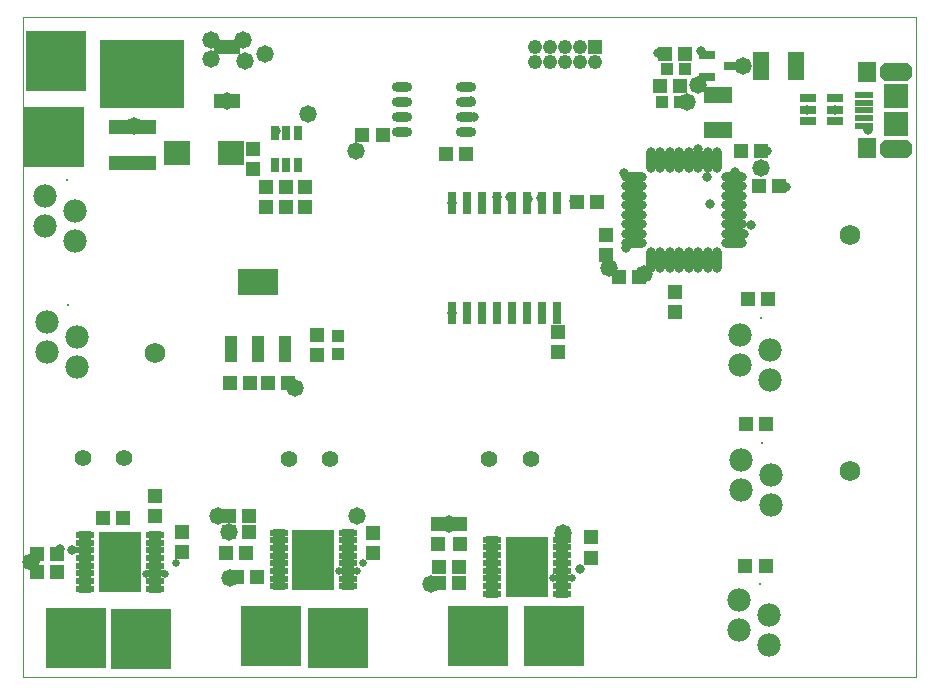
<source format=gts>
G04 Layer_Color=20142*
%FSLAX25Y25*%
%MOIN*%
G70*
G01*
G75*
%ADD42C,0.00394*%
%ADD83R,0.08674X0.07887*%
%ADD84R,0.04737X0.05131*%
%ADD85R,0.04300X0.04000*%
%ADD86R,0.07887X0.05131*%
%ADD87O,0.08477X0.03162*%
%ADD88O,0.03162X0.08477*%
%ADD89R,0.05300X0.09800*%
%ADD90R,0.05131X0.04737*%
%ADD91R,0.06115X0.02375*%
%ADD92R,0.08280X0.08280*%
%ADD93R,0.06312X0.07099*%
%ADD94R,0.05524X0.03162*%
%ADD95R,0.09800X0.05300*%
%ADD96O,0.06902X0.03162*%
%ADD97R,0.08871X0.04737*%
%ADD98R,0.27965X0.23044*%
%ADD99R,0.20485X0.20485*%
%ADD100R,0.20485X0.20485*%
%ADD101O,0.06312X0.02572*%
%ADD102R,0.14186X0.20485*%
%ADD103R,0.04000X0.04300*%
%ADD104R,0.13398X0.09068*%
%ADD105R,0.04343X0.09068*%
%ADD106R,0.03162X0.05131*%
%ADD107R,0.03162X0.07296*%
%ADD108C,0.04800*%
%ADD109R,0.04800X0.04800*%
G04:AMPARAMS|DCode=110|XSize=63.12mil|YSize=106.42mil|CornerRadius=0mil|HoleSize=0mil|Usage=FLASHONLY|Rotation=90.000|XOffset=0mil|YOffset=0mil|HoleType=Round|Shape=Octagon|*
%AMOCTAGOND110*
4,1,8,-0.05321,-0.01578,-0.05321,0.01578,-0.03743,0.03156,0.03743,0.03156,0.05321,0.01578,0.05321,-0.01578,0.03743,-0.03156,-0.03743,-0.03156,-0.05321,-0.01578,0.0*
%
%ADD110OCTAGOND110*%

%ADD111C,0.07800*%
%ADD112C,0.00800*%
%ADD113C,0.05524*%
%ADD114C,0.06800*%
%ADD115C,0.05800*%
%ADD116C,0.03162*%
%ADD117C,0.02572*%
D42*
Y234529D02*
X297521D01*
X0D02*
Y454447D01*
X297521D01*
Y234529D02*
Y454447D01*
D83*
X51476Y409154D02*
D03*
X69193D02*
D03*
D84*
X219015Y431606D02*
D03*
X212322D02*
D03*
X245374Y398031D02*
D03*
X252067D02*
D03*
X213878Y442126D02*
D03*
X220571D02*
D03*
X205216Y367717D02*
D03*
X198524D02*
D03*
X113164Y415133D02*
D03*
X119858D02*
D03*
X147810Y408834D02*
D03*
X141117D02*
D03*
X247539Y271654D02*
D03*
X240846D02*
D03*
X145472Y265748D02*
D03*
X138780D02*
D03*
Y271260D02*
D03*
X145472D02*
D03*
X247835Y318799D02*
D03*
X241142D02*
D03*
X78149Y267717D02*
D03*
X71457D02*
D03*
X68701Y282677D02*
D03*
X75394D02*
D03*
X74409Y275984D02*
D03*
X67716D02*
D03*
X248327Y360531D02*
D03*
X241634D02*
D03*
X75394Y288189D02*
D03*
X68701D02*
D03*
X11347Y269600D02*
D03*
X4654D02*
D03*
X4654Y275600D02*
D03*
X11347D02*
D03*
X26754Y287500D02*
D03*
X33446D02*
D03*
X246162Y409842D02*
D03*
X239469D02*
D03*
X191240Y392913D02*
D03*
X184547D02*
D03*
X75689Y332480D02*
D03*
X68996D02*
D03*
X81595D02*
D03*
X88287D02*
D03*
D85*
X212945Y426083D02*
D03*
X218945D02*
D03*
X220618Y437008D02*
D03*
X214618D02*
D03*
D86*
X40453Y405905D02*
D03*
Y417717D02*
D03*
X32579Y405905D02*
D03*
Y417717D02*
D03*
D87*
X203740Y379134D02*
D03*
Y382283D02*
D03*
Y385433D02*
D03*
Y388583D02*
D03*
Y391732D02*
D03*
Y394882D02*
D03*
Y398031D02*
D03*
Y401181D02*
D03*
X237008D02*
D03*
Y398031D02*
D03*
Y394882D02*
D03*
Y391732D02*
D03*
Y388583D02*
D03*
Y385433D02*
D03*
Y382283D02*
D03*
Y379134D02*
D03*
D88*
X209350Y406791D02*
D03*
X212500D02*
D03*
X215650D02*
D03*
X218799D02*
D03*
X221949D02*
D03*
X225098D02*
D03*
X228248D02*
D03*
X231398D02*
D03*
Y373523D02*
D03*
X228248D02*
D03*
X225098D02*
D03*
X221949D02*
D03*
X218799D02*
D03*
X215650D02*
D03*
X209350D02*
D03*
X212500D02*
D03*
D89*
X246120Y438189D02*
D03*
X257670D02*
D03*
D90*
X217372Y362846D02*
D03*
Y356153D02*
D03*
X87697Y397835D02*
D03*
Y391142D02*
D03*
X81004D02*
D03*
Y397835D02*
D03*
X93996D02*
D03*
Y391142D02*
D03*
X76772Y403740D02*
D03*
Y410433D02*
D03*
X138189Y278937D02*
D03*
Y285630D02*
D03*
X145669Y278937D02*
D03*
Y285630D02*
D03*
X194472Y381746D02*
D03*
Y375054D02*
D03*
X44094Y294685D02*
D03*
Y287992D02*
D03*
X97933Y348425D02*
D03*
Y341732D02*
D03*
X178248Y342717D02*
D03*
Y349410D02*
D03*
X52953Y276280D02*
D03*
Y282972D02*
D03*
X116535Y275787D02*
D03*
Y282480D02*
D03*
X189469Y274311D02*
D03*
Y281004D02*
D03*
D91*
X280413Y418307D02*
D03*
Y420866D02*
D03*
Y423425D02*
D03*
Y425984D02*
D03*
Y428543D02*
D03*
D92*
X290945Y418701D02*
D03*
Y428150D02*
D03*
D93*
X281299Y410827D02*
D03*
Y436024D02*
D03*
D94*
X261614Y419882D02*
D03*
Y423622D02*
D03*
Y427362D02*
D03*
X270669D02*
D03*
Y423622D02*
D03*
Y419882D02*
D03*
X227854Y441929D02*
D03*
Y434449D02*
D03*
X236516Y438189D02*
D03*
D95*
X231693Y428486D02*
D03*
Y416936D02*
D03*
D96*
X147613Y416294D02*
D03*
Y421294D02*
D03*
Y426294D02*
D03*
Y431294D02*
D03*
X126353Y416294D02*
D03*
Y421294D02*
D03*
Y426294D02*
D03*
Y431294D02*
D03*
D97*
X67936Y426577D02*
D03*
Y444530D02*
D03*
D98*
X39589Y435553D02*
D03*
D99*
X10925Y439764D02*
D03*
X10236Y414567D02*
D03*
D100*
X177165Y248031D02*
D03*
X151575D02*
D03*
X105118Y247441D02*
D03*
X82677Y248031D02*
D03*
X39469Y247244D02*
D03*
X17717Y247638D02*
D03*
D101*
X156496Y280217D02*
D03*
Y277658D02*
D03*
Y275098D02*
D03*
Y272539D02*
D03*
Y269980D02*
D03*
Y267421D02*
D03*
Y264862D02*
D03*
Y262303D02*
D03*
X179724Y280217D02*
D03*
Y277658D02*
D03*
Y275098D02*
D03*
Y272539D02*
D03*
Y269980D02*
D03*
Y267421D02*
D03*
Y264862D02*
D03*
Y262303D02*
D03*
X85236Y282579D02*
D03*
Y280020D02*
D03*
Y277461D02*
D03*
Y274902D02*
D03*
Y272343D02*
D03*
Y269783D02*
D03*
Y267224D02*
D03*
Y264665D02*
D03*
X108465Y282579D02*
D03*
Y280020D02*
D03*
Y277461D02*
D03*
Y274902D02*
D03*
Y272343D02*
D03*
Y269783D02*
D03*
Y267224D02*
D03*
Y264665D02*
D03*
X20669Y281791D02*
D03*
Y279232D02*
D03*
Y276673D02*
D03*
Y274114D02*
D03*
Y271555D02*
D03*
Y268996D02*
D03*
Y266437D02*
D03*
Y263878D02*
D03*
X43898Y281791D02*
D03*
Y279232D02*
D03*
Y276673D02*
D03*
Y274114D02*
D03*
Y271555D02*
D03*
Y268996D02*
D03*
Y266437D02*
D03*
Y263878D02*
D03*
D102*
X168110Y271260D02*
D03*
X96850Y273622D02*
D03*
X32283Y272835D02*
D03*
D103*
X105020Y342079D02*
D03*
Y348079D02*
D03*
D104*
X78248Y366142D02*
D03*
D105*
X87303Y343701D02*
D03*
X78248D02*
D03*
X69193D02*
D03*
D106*
X91573Y405315D02*
D03*
X87833D02*
D03*
X84093D02*
D03*
Y415945D02*
D03*
X87833D02*
D03*
X91573D02*
D03*
D107*
X178130Y355709D02*
D03*
X173130D02*
D03*
X168130D02*
D03*
X163130D02*
D03*
X158130D02*
D03*
X153130D02*
D03*
X148130D02*
D03*
X143130D02*
D03*
Y392323D02*
D03*
X148130D02*
D03*
X153130D02*
D03*
X158130D02*
D03*
X163130D02*
D03*
X168130D02*
D03*
X173130D02*
D03*
X178130D02*
D03*
D108*
X170610Y439626D02*
D03*
Y444626D02*
D03*
X175610Y439626D02*
D03*
Y444626D02*
D03*
X180610Y439626D02*
D03*
Y444626D02*
D03*
X185610Y439626D02*
D03*
Y444626D02*
D03*
X190610Y439626D02*
D03*
D109*
Y444626D02*
D03*
D110*
X290945Y410610D02*
D03*
Y436240D02*
D03*
D111*
X7995Y352854D02*
D03*
X17995Y347854D02*
D03*
X7995Y342854D02*
D03*
X17995Y337854D02*
D03*
X7503Y394783D02*
D03*
X17503Y389783D02*
D03*
X7503Y384783D02*
D03*
X17503Y379783D02*
D03*
X248605Y245138D02*
D03*
X238605Y250138D02*
D03*
X248605Y255138D02*
D03*
X238605Y260138D02*
D03*
X249294Y291890D02*
D03*
X239295Y296890D02*
D03*
X249294Y301890D02*
D03*
X239295Y306890D02*
D03*
X248999Y333622D02*
D03*
X238999Y338622D02*
D03*
X248999Y343622D02*
D03*
X238999Y348622D02*
D03*
D112*
X15082Y358366D02*
D03*
X14590Y400295D02*
D03*
X245692Y265650D02*
D03*
X246381Y312402D02*
D03*
X246086Y354134D02*
D03*
D113*
X155512Y307086D02*
D03*
X169291D02*
D03*
X88583D02*
D03*
X102362D02*
D03*
X19980Y307480D02*
D03*
X33760D02*
D03*
D114*
X43898Y342520D02*
D03*
X275590Y303150D02*
D03*
Y381890D02*
D03*
D115*
X94882Y422047D02*
D03*
X221358Y426083D02*
D03*
X136024Y265354D02*
D03*
X68701Y282677D02*
D03*
X68898Y267421D02*
D03*
X111122Y409842D02*
D03*
X80709Y442126D02*
D03*
X73228Y446850D02*
D03*
X62598D02*
D03*
X74016Y439764D02*
D03*
X62598Y440551D02*
D03*
X180118Y282480D02*
D03*
X245866Y404035D02*
D03*
X224902Y431890D02*
D03*
X240059Y438189D02*
D03*
X141929Y285630D02*
D03*
X111417Y288189D02*
D03*
X206972Y368700D02*
D03*
X64961Y288189D02*
D03*
X90551Y330709D02*
D03*
X37008Y418012D02*
D03*
X67936Y426577D02*
D03*
X3937Y419783D02*
D03*
X10138Y419685D02*
D03*
X15650Y419783D02*
D03*
X3740Y413681D02*
D03*
X3839Y407972D02*
D03*
X10039Y413681D02*
D03*
X15551Y413779D02*
D03*
X10039Y408071D02*
D03*
X15650D02*
D03*
X195374Y370669D02*
D03*
X2756Y272736D02*
D03*
D116*
X84252Y416535D02*
D03*
X185827Y270472D02*
D03*
X200272Y402600D02*
D03*
X148302Y408637D02*
D03*
X149385Y426354D02*
D03*
X211772Y442500D02*
D03*
X239272Y388583D02*
D03*
X150369Y421038D02*
D03*
X163780Y277756D02*
D03*
X168110D02*
D03*
X172441D02*
D03*
X163780Y273425D02*
D03*
X168110D02*
D03*
X172441D02*
D03*
X163780Y269094D02*
D03*
X168110D02*
D03*
X172441D02*
D03*
X163780Y264764D02*
D03*
X168110D02*
D03*
X172441D02*
D03*
X92520Y280118D02*
D03*
X96850D02*
D03*
X101181D02*
D03*
X92520Y275787D02*
D03*
X96850D02*
D03*
X101181D02*
D03*
X92520Y271457D02*
D03*
X96850D02*
D03*
X101181D02*
D03*
X92520Y267126D02*
D03*
X96850D02*
D03*
X101181D02*
D03*
X27953Y279331D02*
D03*
X32283D02*
D03*
X36614D02*
D03*
X27953Y275000D02*
D03*
X32283D02*
D03*
X36614D02*
D03*
X27953Y270669D02*
D03*
X32283D02*
D03*
X36614D02*
D03*
X27953Y266339D02*
D03*
X32283D02*
D03*
X36614D02*
D03*
X261417Y423622D02*
D03*
X12402Y277165D02*
D03*
X43898Y294685D02*
D03*
X158169Y394488D02*
D03*
X162500D02*
D03*
X168405Y393701D02*
D03*
X172736Y394094D02*
D03*
X281594Y416929D02*
D03*
X68996Y332480D02*
D03*
X183760Y393062D02*
D03*
X228172Y401000D02*
D03*
X16227Y276673D02*
D03*
X26100Y287400D02*
D03*
X225098Y410630D02*
D03*
X229035Y392126D02*
D03*
X240417Y382283D02*
D03*
X242700Y385200D02*
D03*
X125295Y431201D02*
D03*
X75689Y332480D02*
D03*
X81595D02*
D03*
X78248Y343701D02*
D03*
X143130Y355709D02*
D03*
X191240Y392913D02*
D03*
X147613Y431294D02*
D03*
X141117Y408834D02*
D03*
X143130Y392323D02*
D03*
X214618Y437008D02*
D03*
X257670Y438189D02*
D03*
X270669Y423622D02*
D03*
X248130Y409842D02*
D03*
X254232Y397736D02*
D03*
X237500Y402756D02*
D03*
X241634Y360531D02*
D03*
X217372Y356153D02*
D03*
X241142Y318799D02*
D03*
X240846Y271654D02*
D03*
X200984Y377362D02*
D03*
X231693Y416936D02*
D03*
X226181Y443307D02*
D03*
D117*
X51181Y272441D02*
D03*
X113386Y272441D02*
D03*
X111417Y269685D02*
D03*
X40945Y268898D02*
D03*
X105512Y269685D02*
D03*
X183071Y267323D02*
D03*
X176772D02*
D03*
X47244Y268898D02*
D03*
M02*

</source>
